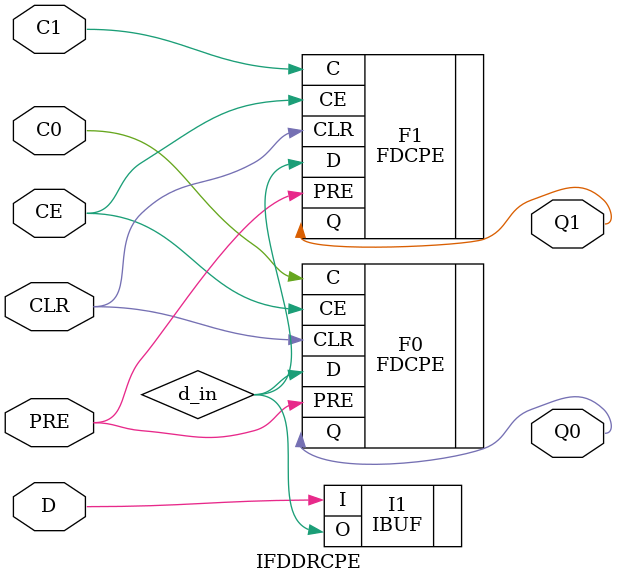
<source format=v>

/*

FUNCTION	: Dual Data Rate input D-FLIP-FLOP with async clear, async preset and clock enable

*/

`celldefine
`timescale  100 ps / 10 ps

module IFDDRCPE (Q0, Q1, C0, C1, CE, CLR, D, PRE);

    output Q0, Q1;

    input  C0, C1, CE, CLR, D, PRE;

    wire   d_in;

    IBUF I1 (.I(D),
	.O(d_in));

    FDCPE F0 (.C(C0),
	.CE(CE),
	.CLR(CLR),
	.D(d_in),
	.PRE(PRE),
	.Q(Q0));
//    defparam F0.INIT = 1'b0;

    FDCPE F1 (.C(C1),
	.CE(CE),
	.CLR(CLR),
	.D(d_in),
	.PRE(PRE),
	.Q(Q1));
//    defparam F1.INIT = 1'b0;

endmodule

</source>
